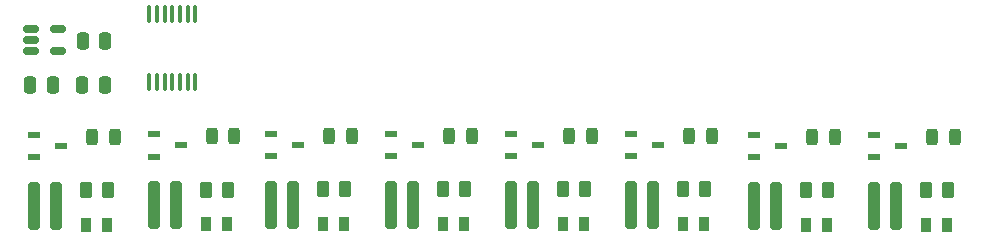
<source format=gbr>
%TF.GenerationSoftware,KiCad,Pcbnew,8.0.6*%
%TF.CreationDate,2024-10-28T20:27:21+01:00*%
%TF.ProjectId,ATtiny3,41547469-6e79-4332-9b2e-6b696361645f,rev?*%
%TF.SameCoordinates,Original*%
%TF.FileFunction,Paste,Top*%
%TF.FilePolarity,Positive*%
%FSLAX46Y46*%
G04 Gerber Fmt 4.6, Leading zero omitted, Abs format (unit mm)*
G04 Created by KiCad (PCBNEW 8.0.6) date 2024-10-28 20:27:21*
%MOMM*%
%LPD*%
G01*
G04 APERTURE LIST*
G04 Aperture macros list*
%AMRoundRect*
0 Rectangle with rounded corners*
0 $1 Rounding radius*
0 $2 $3 $4 $5 $6 $7 $8 $9 X,Y pos of 4 corners*
0 Add a 4 corners polygon primitive as box body*
4,1,4,$2,$3,$4,$5,$6,$7,$8,$9,$2,$3,0*
0 Add four circle primitives for the rounded corners*
1,1,$1+$1,$2,$3*
1,1,$1+$1,$4,$5*
1,1,$1+$1,$6,$7*
1,1,$1+$1,$8,$9*
0 Add four rect primitives between the rounded corners*
20,1,$1+$1,$2,$3,$4,$5,0*
20,1,$1+$1,$4,$5,$6,$7,0*
20,1,$1+$1,$6,$7,$8,$9,0*
20,1,$1+$1,$8,$9,$2,$3,0*%
G04 Aperture macros list end*
%ADD10RoundRect,0.150000X-0.512500X-0.150000X0.512500X-0.150000X0.512500X0.150000X-0.512500X0.150000X0*%
%ADD11RoundRect,0.100000X0.100000X-0.637500X0.100000X0.637500X-0.100000X0.637500X-0.100000X-0.637500X0*%
%ADD12RoundRect,0.250000X-0.262500X-0.450000X0.262500X-0.450000X0.262500X0.450000X-0.262500X0.450000X0*%
%ADD13RoundRect,0.250000X-0.262500X-1.775000X0.262500X-1.775000X0.262500X1.775000X-0.262500X1.775000X0*%
%ADD14R,1.050000X0.600000*%
%ADD15R,0.889000X1.270000*%
%ADD16RoundRect,0.243750X-0.243750X-0.456250X0.243750X-0.456250X0.243750X0.456250X-0.243750X0.456250X0*%
%ADD17RoundRect,0.250000X-0.250000X-0.475000X0.250000X-0.475000X0.250000X0.475000X-0.250000X0.475000X0*%
G04 APERTURE END LIST*
D10*
%TO.C,U2*%
X20177900Y-25230000D03*
X20177900Y-26180000D03*
X20177900Y-27130000D03*
X22452900Y-27130000D03*
X22452900Y-25230000D03*
%TD*%
D11*
%TO.C,U1*%
X30160400Y-29677500D03*
X30810400Y-29677500D03*
X31460400Y-29677500D03*
X32110400Y-29677500D03*
X32760400Y-29677500D03*
X33410400Y-29677500D03*
X34060400Y-29677500D03*
X34060400Y-23952500D03*
X33410400Y-23952500D03*
X32760400Y-23952500D03*
X32110400Y-23952500D03*
X31460400Y-23952500D03*
X30810400Y-23952500D03*
X30160400Y-23952500D03*
%TD*%
D12*
%TO.C,RLED8*%
X95967900Y-38880000D03*
X97792900Y-38880000D03*
%TD*%
%TO.C,RLED7*%
X85807900Y-38880000D03*
X87632900Y-38880000D03*
%TD*%
%TO.C,RLED6*%
X75382500Y-38815000D03*
X77207500Y-38815000D03*
%TD*%
%TO.C,RLED5*%
X65222500Y-38815000D03*
X67047500Y-38815000D03*
%TD*%
%TO.C,RLED4*%
X55062500Y-38815000D03*
X56887500Y-38815000D03*
%TD*%
%TO.C,RLED3*%
X44902500Y-38815000D03*
X46727500Y-38815000D03*
%TD*%
%TO.C,RLED2*%
X34992900Y-38820000D03*
X36817900Y-38820000D03*
%TD*%
%TO.C,RLED1*%
X24847900Y-38880000D03*
X26672900Y-38880000D03*
%TD*%
D13*
%TO.C,R8*%
X91512900Y-40210000D03*
X93387900Y-40210000D03*
%TD*%
%TO.C,R7*%
X81352900Y-40210000D03*
X83227900Y-40210000D03*
%TD*%
%TO.C,R6*%
X70927500Y-40145000D03*
X72802500Y-40145000D03*
%TD*%
%TO.C,R5*%
X60767500Y-40145000D03*
X62642500Y-40145000D03*
%TD*%
%TO.C,R4*%
X50607500Y-40145000D03*
X52482500Y-40145000D03*
%TD*%
%TO.C,R3*%
X40447500Y-40145000D03*
X42322500Y-40145000D03*
%TD*%
%TO.C,R2*%
X30537900Y-40150000D03*
X32412900Y-40150000D03*
%TD*%
%TO.C,R1*%
X20392900Y-40210000D03*
X22267900Y-40210000D03*
%TD*%
D14*
%TO.C,Q8*%
X91550800Y-34185000D03*
X91550800Y-36085000D03*
X93850800Y-35135000D03*
%TD*%
%TO.C,Q7*%
X81390800Y-34185000D03*
X81390800Y-36085000D03*
X83690800Y-35135000D03*
%TD*%
%TO.C,Q6*%
X70965400Y-34120000D03*
X70965400Y-36020000D03*
X73265400Y-35070000D03*
%TD*%
%TO.C,Q5*%
X60805400Y-34120000D03*
X60805400Y-36020000D03*
X63105400Y-35070000D03*
%TD*%
%TO.C,Q4*%
X50645400Y-34120000D03*
X50645400Y-36020000D03*
X52945400Y-35070000D03*
%TD*%
%TO.C,Q3*%
X40485400Y-34120000D03*
X40485400Y-36020000D03*
X42785400Y-35070000D03*
%TD*%
%TO.C,Q2*%
X30575800Y-34125000D03*
X30575800Y-36025000D03*
X32875800Y-35075000D03*
%TD*%
%TO.C,Q1*%
X20430800Y-34185000D03*
X20430800Y-36085000D03*
X22730800Y-35135000D03*
%TD*%
D15*
%TO.C,LED8*%
X95937400Y-41807500D03*
X97715400Y-41807500D03*
%TD*%
%TO.C,LED7*%
X85777400Y-41807500D03*
X87555400Y-41807500D03*
%TD*%
%TO.C,LED6*%
X75352000Y-41742500D03*
X77130000Y-41742500D03*
%TD*%
%TO.C,LED5*%
X65192000Y-41742500D03*
X66970000Y-41742500D03*
%TD*%
%TO.C,LED4*%
X55032000Y-41742500D03*
X56810000Y-41742500D03*
%TD*%
%TO.C,LED3*%
X44872000Y-41742500D03*
X46650000Y-41742500D03*
%TD*%
%TO.C,LED2*%
X34962400Y-41747500D03*
X36740400Y-41747500D03*
%TD*%
%TO.C,LED1*%
X24817400Y-41807500D03*
X26595400Y-41807500D03*
%TD*%
D16*
%TO.C,D8*%
X96482900Y-34355000D03*
X98357900Y-34355000D03*
%TD*%
%TO.C,D7*%
X86322900Y-34355000D03*
X88197900Y-34355000D03*
%TD*%
%TO.C,D6*%
X75897500Y-34290000D03*
X77772500Y-34290000D03*
%TD*%
%TO.C,D5*%
X65737500Y-34290000D03*
X67612500Y-34290000D03*
%TD*%
%TO.C,D4*%
X55577500Y-34290000D03*
X57452500Y-34290000D03*
%TD*%
%TO.C,D3*%
X45417500Y-34290000D03*
X47292500Y-34290000D03*
%TD*%
%TO.C,D2*%
X35507900Y-34295000D03*
X37382900Y-34295000D03*
%TD*%
%TO.C,D1*%
X25362900Y-34355000D03*
X27237900Y-34355000D03*
%TD*%
D17*
%TO.C,C3*%
X20111400Y-29990000D03*
X22011400Y-29990000D03*
%TD*%
%TO.C,C2*%
X24480200Y-29990000D03*
X26380200Y-29990000D03*
%TD*%
%TO.C,C1*%
X24531000Y-26256200D03*
X26431000Y-26256200D03*
%TD*%
M02*

</source>
